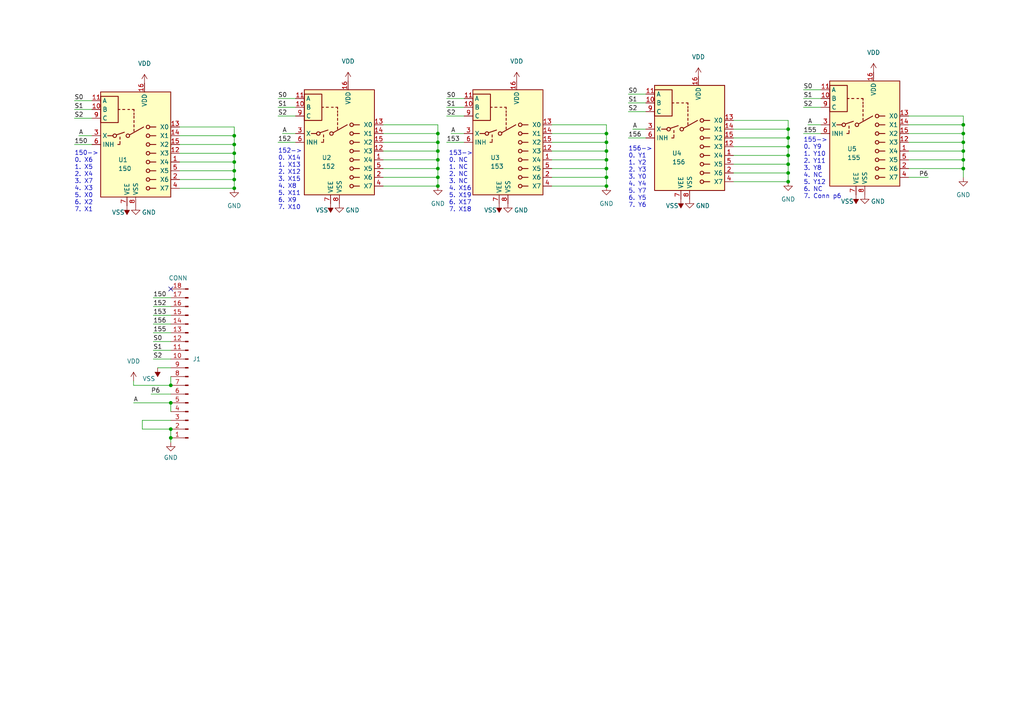
<source format=kicad_sch>
(kicad_sch (version 20211123) (generator eeschema)
  (paper "A4")
  (lib_symbols
    (symbol "Analog_Switch:CD4051B"
      (property "Reference" "U" (at -10.16 16.51 0))
      (property "Value" "CD4051B" (at 3.81 16.51 0))
      (symbol "CD4051B_0_1"
        (rectangle (start -10.16 6.35) (end -5.08 13.97) (stroke (width 0.254)))
        (rectangle (start -10.16 15.24) (end 10.16 -15.24) (stroke (width 0.254)) (fill (type background)))
        (circle (center -6.096 2.54) (radius 0.508) (stroke (width 0.254)))
        (circle (center -2.286 2.54) (radius 0.508) (stroke (width 0.254)))
        (polyline (pts (xy -8.128 2.54) (xy -6.604 2.54)) (stroke (width 0.254)))
        (polyline (pts (xy -5.588 2.794) (xy -3.302 3.556)) (stroke (width 0.254)))
        (polyline (pts (xy -4.572 0) (xy -5.207 0)) (stroke (width 0.254)))
        (polyline (pts (xy -4.572 0.254) (xy -4.572 0.889)) (stroke (width 0.254)))
        (polyline (pts (xy -4.572 1.524) (xy -4.572 2.159)) (stroke (width 0.254)))
        (polyline (pts (xy -4.572 10.16) (xy -5.08 10.16)) (stroke (width 0.254)))
        (polyline (pts (xy -3.81 10.16) (xy -3.175 10.16)) (stroke (width 0.254)))
        (polyline (pts (xy -1.778 2.794) (xy 2.286 5.08)) (stroke (width 0.254)))
        (polyline (pts (xy -1.778 10.16) (xy -2.286 10.16)) (stroke (width 0.254)))
        (polyline (pts (xy -0.508 3.81) (xy -0.508 4.445)) (stroke (width 0.254)))
        (polyline (pts (xy -0.508 5.08) (xy -0.508 5.715)) (stroke (width 0.254)))
        (polyline (pts (xy -0.508 6.35) (xy -0.508 6.985)) (stroke (width 0.254)))
        (polyline (pts (xy -0.508 7.62) (xy -0.508 8.255)) (stroke (width 0.254)))
        (polyline (pts (xy -0.508 8.636) (xy -0.508 9.144)) (stroke (width 0.254)))
        (polyline (pts (xy -0.508 9.652) (xy -0.508 10.16)) (stroke (width 0.254)))
        (polyline (pts (xy -0.508 10.16) (xy -1.016 10.16)) (stroke (width 0.254)))
        (polyline (pts (xy 4.064 -12.7) (xy 5.842 -12.7)) (stroke (width 0.254)))
        (polyline (pts (xy 4.064 -10.16) (xy 5.842 -10.16)) (stroke (width 0.254)))
        (polyline (pts (xy 4.064 -7.62) (xy 5.842 -7.62)) (stroke (width 0.254)))
        (polyline (pts (xy 4.064 -5.08) (xy 5.842 -5.08)) (stroke (width 0.254)))
        (polyline (pts (xy 4.064 -2.54) (xy 5.842 -2.54)) (stroke (width 0.254)))
        (polyline (pts (xy 4.064 0) (xy 5.842 0)) (stroke (width 0.254)))
        (polyline (pts (xy 4.064 2.54) (xy 5.842 2.54)) (stroke (width 0.254)))
        (polyline (pts (xy 4.064 5.08) (xy 5.842 5.08)) (stroke (width 0.254)))
        (circle (center 3.556 -12.7) (radius 0.508) (stroke (width 0.254)))
        (circle (center 3.556 -10.16) (radius 0.508) (stroke (width 0.254)))
        (circle (center 3.556 -7.62) (radius 0.508) (stroke (width 0.254)))
        (circle (center 3.556 -5.08) (radius 0.508) (stroke (width 0.254)))
        (circle (center 3.556 -2.54) (radius 0.508) (stroke (width 0.254)))
        (circle (center 3.556 0) (radius 0.508) (stroke (width 0.254)))
        (circle (center 3.556 2.54) (radius 0.508) (stroke (width 0.254)))
        (circle (center 3.556 5.08) (radius 0.508) (stroke (width 0.254)))
      )
      (symbol "CD4051B_1_1"
        (pin bidirectional line (at 12.7 -5.08 180) (length 2.54) (name "X4") (number "1"))
        (pin input line (at -12.7 10.16 0) (length 2.54) (name "B") (number "10"))
        (pin input line (at -12.7 12.7 0) (length 2.54) (name "A") (number "11"))
        (pin bidirectional line (at 12.7 -2.54 180) (length 2.54) (name "X3") (number "12"))
        (pin bidirectional line (at 12.7 5.08 180) (length 2.54) (name "X0") (number "13"))
        (pin bidirectional line (at 12.7 2.54 180) (length 2.54) (name "X1") (number "14"))
        (pin bidirectional line (at 12.7 0 180) (length 2.54) (name "X2") (number "15"))
        (pin power_in line (at 2.54 17.78 270) (length 2.54) (name "VDD") (number "16"))
        (pin bidirectional line (at 12.7 -10.16 180) (length 2.54) (name "X6") (number "2"))
        (pin bidirectional line (at -12.7 2.54 0) (length 2.54) (name "X") (number "3"))
        (pin bidirectional line (at 12.7 -12.7 180) (length 2.54) (name "X7") (number "4"))
        (pin bidirectional line (at 12.7 -7.62 180) (length 2.54) (name "X5") (number "5"))
        (pin input line (at -12.7 0 0) (length 2.54) (name "INH") (number "6"))
        (pin power_in line (at -2.54 -17.78 90) (length 2.54) (name "VEE") (number "7"))
        (pin power_in line (at 0 -17.78 90) (length 2.54) (name "VSS") (number "8"))
        (pin input line (at -12.7 7.62 0) (length 2.54) (name "C") (number "9"))
      )
    )
    (symbol "Connector:Conn_01x18_Male" (pin_names (offset 1.016) hide)
      (property "Reference" "J" (at 0 22.86 0))
      (property "Value" "Conn_01x18_Male" (at 0 -25.4 0))
      (symbol "Conn_01x18_Male_1_1"
        (polyline (pts (xy 1.27 -22.86) (xy 0.8636 -22.86)) (stroke (width 0.1524)))
        (polyline (pts (xy 1.27 -20.32) (xy 0.8636 -20.32)) (stroke (width 0.1524)))
        (polyline (pts (xy 1.27 -17.78) (xy 0.8636 -17.78)) (stroke (width 0.1524)))
        (polyline (pts (xy 1.27 -15.24) (xy 0.8636 -15.24)) (stroke (width 0.1524)))
        (polyline (pts (xy 1.27 -12.7) (xy 0.8636 -12.7)) (stroke (width 0.1524)))
        (polyline (pts (xy 1.27 -10.16) (xy 0.8636 -10.16)) (stroke (width 0.1524)))
        (polyline (pts (xy 1.27 -7.62) (xy 0.8636 -7.62)) (stroke (width 0.1524)))
        (polyline (pts (xy 1.27 -5.08) (xy 0.8636 -5.08)) (stroke (width 0.1524)))
        (polyline (pts (xy 1.27 -2.54) (xy 0.8636 -2.54)) (stroke (width 0.1524)))
        (polyline (pts (xy 1.27 0) (xy 0.8636 0)) (stroke (width 0.1524)))
        (polyline (pts (xy 1.27 2.54) (xy 0.8636 2.54)) (stroke (width 0.1524)))
        (polyline (pts (xy 1.27 5.08) (xy 0.8636 5.08)) (stroke (width 0.1524)))
        (polyline (pts (xy 1.27 7.62) (xy 0.8636 7.62)) (stroke (width 0.1524)))
        (polyline (pts (xy 1.27 10.16) (xy 0.8636 10.16)) (stroke (width 0.1524)))
        (polyline (pts (xy 1.27 12.7) (xy 0.8636 12.7)) (stroke (width 0.1524)))
        (polyline (pts (xy 1.27 15.24) (xy 0.8636 15.24)) (stroke (width 0.1524)))
        (polyline (pts (xy 1.27 17.78) (xy 0.8636 17.78)) (stroke (width 0.1524)))
        (polyline (pts (xy 1.27 20.32) (xy 0.8636 20.32)) (stroke (width 0.1524)))
        (rectangle (start 0.8636 -22.733) (end 0 -22.987) (stroke (width 0.1524)) (fill (type outline)))
        (rectangle (start 0.8636 -20.193) (end 0 -20.447) (stroke (width 0.1524)) (fill (type outline)))
        (rectangle (start 0.8636 -17.653) (end 0 -17.907) (stroke (width 0.1524)) (fill (type outline)))
        (rectangle (start 0.8636 -15.113) (end 0 -15.367) (stroke (width 0.1524)) (fill (type outline)))
        (rectangle (start 0.8636 -12.573) (end 0 -12.827) (stroke (width 0.1524)) (fill (type outline)))
        (rectangle (start 0.8636 -10.033) (end 0 -10.287) (stroke (width 0.1524)) (fill (type outline)))
        (rectangle (start 0.8636 -7.493) (end 0 -7.747) (stroke (width 0.1524)) (fill (type outline)))
        (rectangle (start 0.8636 -4.953) (end 0 -5.207) (stroke (width 0.1524)) (fill (type outline)))
        (rectangle (start 0.8636 -2.413) (end 0 -2.667) (stroke (width 0.1524)) (fill (type outline)))
        (rectangle (start 0.8636 0.127) (end 0 -0.127) (stroke (width 0.1524)) (fill (type outline)))
        (rectangle (start 0.8636 2.667) (end 0 2.413) (stroke (width 0.1524)) (fill (type outline)))
        (rectangle (start 0.8636 5.207) (end 0 4.953) (stroke (width 0.1524)) (fill (type outline)))
        (rectangle (start 0.8636 7.747) (end 0 7.493) (stroke (width 0.1524)) (fill (type outline)))
        (rectangle (start 0.8636 10.287) (end 0 10.033) (stroke (width 0.1524)) (fill (type outline)))
        (rectangle (start 0.8636 12.827) (end 0 12.573) (stroke (width 0.1524)) (fill (type outline)))
        (rectangle (start 0.8636 15.367) (end 0 15.113) (stroke (width 0.1524)) (fill (type outline)))
        (rectangle (start 0.8636 17.907) (end 0 17.653) (stroke (width 0.1524)) (fill (type outline)))
        (rectangle (start 0.8636 20.447) (end 0 20.193) (stroke (width 0.1524)) (fill (type outline)))
        (pin passive line (at 5.08 20.32 180) (length 3.81) (name "Pin_1") (number "1"))
        (pin passive line (at 5.08 -2.54 180) (length 3.81) (name "Pin_10") (number "10"))
        (pin passive line (at 5.08 -5.08 180) (length 3.81) (name "Pin_11") (number "11"))
        (pin passive line (at 5.08 -7.62 180) (length 3.81) (name "Pin_12") (number "12"))
        (pin passive line (at 5.08 -10.16 180) (length 3.81) (name "Pin_13") (number "13"))
        (pin passive line (at 5.08 -12.7 180) (length 3.81) (name "Pin_14") (number "14"))
        (pin passive line (at 5.08 -15.24 180) (length 3.81) (name "Pin_15") (number "15"))
        (pin passive line (at 5.08 -17.78 180) (length 3.81) (name "Pin_16") (number "16"))
        (pin passive line (at 5.08 -20.32 180) (length 3.81) (name "Pin_17") (number "17"))
        (pin passive line (at 5.08 -22.86 180) (length 3.81) (name "Pin_18") (number "18"))
        (pin passive line (at 5.08 17.78 180) (length 3.81) (name "Pin_2") (number "2"))
        (pin passive line (at 5.08 15.24 180) (length 3.81) (name "Pin_3") (number "3"))
        (pin passive line (at 5.08 12.7 180) (length 3.81) (name "Pin_4") (number "4"))
        (pin passive line (at 5.08 10.16 180) (length 3.81) (name "Pin_5") (number "5"))
        (pin passive line (at 5.08 7.62 180) (length 3.81) (name "Pin_6") (number "6"))
        (pin passive line (at 5.08 5.08 180) (length 3.81) (name "Pin_7") (number "7"))
        (pin passive line (at 5.08 2.54 180) (length 3.81) (name "Pin_8") (number "8"))
        (pin passive line (at 5.08 0 180) (length 3.81) (name "Pin_9") (number "9"))
      )
    )
    (symbol "power:GND" (power) (pin_names (offset 0))
      (property "Value" "GND" (at 0 -3.81 0))
      (symbol "GND_0_1"
        (polyline (pts (xy 0 0) (xy 0 -1.27) (xy 1.27 -1.27) (xy 0 -2.54) (xy -1.27 -1.27) (xy 0 -1.27)))
      )
      (symbol "GND_1_1"
        (pin power_in line (at 0 0 270) (length 0) hide (name "GND") (number "1"))
      )
    )
    (symbol "power:VDD" (power) (pin_names (offset 0))
      (property "Value" "VDD" (at 0 3.81 0))
      (symbol "VDD_0_1"
        (polyline (pts (xy -0.762 1.27) (xy 0 2.54)))
        (polyline (pts (xy 0 0) (xy 0 2.54)))
        (polyline (pts (xy 0 2.54) (xy 0.762 1.27)))
      )
      (symbol "VDD_1_1"
        (pin power_in line (at 0 0 90) (length 0) hide (name "VDD") (number "1"))
      )
    )
    (symbol "power:VSS" (power) (pin_names (offset 0))
      (property "Value" "VSS" (at 0 3.81 0))
      (symbol "VSS_0_1"
        (polyline (pts (xy 0 0) (xy 0 2.54)))
        (polyline (pts (xy 0.762 1.27) (xy -0.762 1.27) (xy 0 2.54) (xy 0.762 1.27)) (fill (type outline)))
      )
      (symbol "VSS_1_1"
        (pin power_in line (at 0 0 90) (length 0) hide (name "VSS") (number "1"))
      )
    )
  )
  (junction (at 49.53 124.46))
  (junction (at 228.6 50.165))
  (junction (at 67.945 44.45))
  (junction (at 67.945 49.53))
  (junction (at 279.4 36.195))
  (junction (at 175.895 51.435))
  (junction (at 175.895 41.275))
  (junction (at 49.53 127))
  (junction (at 127 38.735))
  (junction (at 175.895 38.735))
  (junction (at 228.6 45.085))
  (junction (at 279.4 43.815))
  (junction (at 175.895 46.355))
  (junction (at 127 41.275))
  (junction (at 228.6 52.705))
  (junction (at 279.4 38.735))
  (junction (at 228.6 37.465))
  (junction (at 127 46.355))
  (junction (at 67.945 54.61))
  (junction (at 228.6 40.005))
  (junction (at 228.6 42.545))
  (junction (at 127 51.435))
  (junction (at 67.945 52.07))
  (junction (at 175.895 48.895))
  (junction (at 49.53 111.76))
  (junction (at 67.945 46.99))
  (junction (at 175.895 43.815))
  (junction (at 279.4 48.895))
  (junction (at 228.6 47.625))
  (junction (at 175.895 53.975))
  (junction (at 67.945 41.91))
  (junction (at 49.53 116.84))
  (junction (at 127 53.975))
  (junction (at 127 48.895))
  (junction (at 279.4 46.355))
  (junction (at 279.4 41.275))
  (junction (at 67.945 39.37))
  (junction (at 127 43.815))
  (no_connect (at 49.53 83.82))
  (wire (pts (xy 175.895 46.355) (xy 175.895 48.895)))
  (wire (pts (xy 175.895 48.895) (xy 175.895 51.435)))
  (wire (pts (xy 21.59 34.29) (xy 26.67 34.29)))
  (wire (pts (xy 129.54 28.575) (xy 134.62 28.575)))
  (wire (pts (xy 129.54 41.275) (xy 134.62 41.275)))
  (wire (pts (xy 21.59 41.91) (xy 26.67 41.91)))
  (wire (pts (xy 228.6 37.465) (xy 228.6 40.005)))
  (wire (pts (xy 160.02 46.355) (xy 175.895 46.355)))
  (wire (pts (xy 49.53 116.84) (xy 49.53 119.38)))
  (wire (pts (xy 67.945 44.45) (xy 67.945 46.99)))
  (wire (pts (xy 160.02 38.735) (xy 175.895 38.735)))
  (wire (pts (xy 127 36.195) (xy 127 38.735)))
  (wire (pts (xy 212.725 37.465) (xy 228.6 37.465)))
  (wire (pts (xy 80.645 31.115) (xy 85.725 31.115)))
  (wire (pts (xy 279.4 41.275) (xy 279.4 43.815)))
  (wire (pts (xy 263.525 46.355) (xy 279.4 46.355)))
  (wire (pts (xy 129.54 33.655) (xy 134.62 33.655)))
  (wire (pts (xy 212.725 45.085) (xy 228.6 45.085)))
  (wire (pts (xy 233.045 26.035) (xy 238.125 26.035)))
  (wire (pts (xy 263.525 36.195) (xy 279.4 36.195)))
  (wire (pts (xy 127 51.435) (xy 127 53.975)))
  (wire (pts (xy 130.81 38.735) (xy 134.62 38.735)))
  (wire (pts (xy 52.07 52.07) (xy 67.945 52.07)))
  (wire (pts (xy 263.525 41.275) (xy 279.4 41.275)))
  (wire (pts (xy 80.645 33.655) (xy 85.725 33.655)))
  (wire (pts (xy 52.07 41.91) (xy 67.945 41.91)))
  (wire (pts (xy 228.6 42.545) (xy 228.6 45.085)))
  (wire (pts (xy 175.895 38.735) (xy 175.895 41.275)))
  (wire (pts (xy 44.45 99.06) (xy 49.53 99.06)))
  (wire (pts (xy 52.07 36.83) (xy 67.945 36.83)))
  (wire (pts (xy 49.53 114.3) (xy 43.815 114.3)))
  (wire (pts (xy 81.915 38.735) (xy 85.725 38.735)))
  (wire (pts (xy 111.125 46.355) (xy 127 46.355)))
  (wire (pts (xy 279.4 38.735) (xy 279.4 41.275)))
  (wire (pts (xy 212.725 47.625) (xy 228.6 47.625)))
  (wire (pts (xy 44.45 88.9) (xy 49.53 88.9)))
  (wire (pts (xy 67.945 49.53) (xy 67.945 52.07)))
  (wire (pts (xy 160.02 43.815) (xy 175.895 43.815)))
  (wire (pts (xy 228.6 45.085) (xy 228.6 47.625)))
  (wire (pts (xy 38.735 110.49) (xy 38.735 111.76)))
  (wire (pts (xy 80.645 41.275) (xy 85.725 41.275)))
  (wire (pts (xy 160.02 51.435) (xy 175.895 51.435)))
  (wire (pts (xy 21.59 31.75) (xy 26.67 31.75)))
  (wire (pts (xy 212.725 40.005) (xy 228.6 40.005)))
  (wire (pts (xy 52.07 44.45) (xy 67.945 44.45)))
  (wire (pts (xy 67.945 54.61) (xy 52.07 54.61)))
  (wire (pts (xy 263.525 48.895) (xy 279.4 48.895)))
  (wire (pts (xy 175.895 53.975) (xy 160.02 53.975)))
  (wire (pts (xy 127 43.815) (xy 127 46.355)))
  (wire (pts (xy 44.45 93.98) (xy 49.53 93.98)))
  (wire (pts (xy 228.6 50.165) (xy 228.6 52.705)))
  (wire (pts (xy 228.6 40.005) (xy 228.6 42.545)))
  (wire (pts (xy 228.6 52.705) (xy 212.725 52.705)))
  (wire (pts (xy 67.945 52.07) (xy 67.945 54.61)))
  (wire (pts (xy 67.945 41.91) (xy 67.945 44.45)))
  (wire (pts (xy 263.525 33.655) (xy 279.4 33.655)))
  (wire (pts (xy 263.525 51.435) (xy 269.24 51.435)))
  (wire (pts (xy 228.6 47.625) (xy 228.6 50.165)))
  (wire (pts (xy 279.4 33.655) (xy 279.4 36.195)))
  (wire (pts (xy 111.125 36.195) (xy 127 36.195)))
  (wire (pts (xy 52.07 39.37) (xy 67.945 39.37)))
  (wire (pts (xy 228.6 34.925) (xy 228.6 37.465)))
  (wire (pts (xy 21.59 29.21) (xy 26.67 29.21)))
  (wire (pts (xy 212.725 34.925) (xy 228.6 34.925)))
  (wire (pts (xy 38.735 116.84) (xy 49.53 116.84)))
  (wire (pts (xy 67.945 39.37) (xy 67.945 41.91)))
  (wire (pts (xy 279.4 43.815) (xy 279.4 46.355)))
  (wire (pts (xy 234.315 36.195) (xy 238.125 36.195)))
  (wire (pts (xy 49.53 111.76) (xy 38.735 111.76)))
  (wire (pts (xy 41.275 121.92) (xy 41.275 124.46)))
  (wire (pts (xy 160.02 41.275) (xy 175.895 41.275)))
  (wire (pts (xy 49.53 121.92) (xy 41.275 121.92)))
  (wire (pts (xy 49.53 109.22) (xy 49.53 111.76)))
  (wire (pts (xy 127 48.895) (xy 127 51.435)))
  (wire (pts (xy 233.045 38.735) (xy 238.125 38.735)))
  (wire (pts (xy 127 38.735) (xy 127 41.275)))
  (wire (pts (xy 129.54 31.115) (xy 134.62 31.115)))
  (wire (pts (xy 279.4 36.195) (xy 279.4 38.735)))
  (wire (pts (xy 49.53 124.46) (xy 49.53 127)))
  (wire (pts (xy 263.525 43.815) (xy 279.4 43.815)))
  (wire (pts (xy 41.275 124.46) (xy 49.53 124.46)))
  (wire (pts (xy 212.725 42.545) (xy 228.6 42.545)))
  (wire (pts (xy 111.125 51.435) (xy 127 51.435)))
  (wire (pts (xy 182.245 40.005) (xy 187.325 40.005)))
  (wire (pts (xy 233.045 31.115) (xy 238.125 31.115)))
  (wire (pts (xy 175.895 36.195) (xy 175.895 38.735)))
  (wire (pts (xy 52.07 46.99) (xy 67.945 46.99)))
  (wire (pts (xy 44.45 104.14) (xy 49.53 104.14)))
  (wire (pts (xy 111.125 41.275) (xy 127 41.275)))
  (wire (pts (xy 44.45 96.52) (xy 49.53 96.52)))
  (wire (pts (xy 182.245 27.305) (xy 187.325 27.305)))
  (wire (pts (xy 44.45 86.36) (xy 49.53 86.36)))
  (wire (pts (xy 127 46.355) (xy 127 48.895)))
  (wire (pts (xy 160.02 48.895) (xy 175.895 48.895)))
  (wire (pts (xy 111.125 38.735) (xy 127 38.735)))
  (wire (pts (xy 263.525 38.735) (xy 279.4 38.735)))
  (wire (pts (xy 127 41.275) (xy 127 43.815)))
  (wire (pts (xy 182.245 32.385) (xy 187.325 32.385)))
  (wire (pts (xy 67.945 46.99) (xy 67.945 49.53)))
  (wire (pts (xy 49.53 127) (xy 49.53 128.27)))
  (wire (pts (xy 80.645 28.575) (xy 85.725 28.575)))
  (wire (pts (xy 160.02 36.195) (xy 175.895 36.195)))
  (wire (pts (xy 175.895 51.435) (xy 175.895 53.975)))
  (wire (pts (xy 279.4 48.895) (xy 279.4 51.435)))
  (wire (pts (xy 52.07 49.53) (xy 67.945 49.53)))
  (wire (pts (xy 111.125 48.895) (xy 127 48.895)))
  (wire (pts (xy 22.86 39.37) (xy 26.67 39.37)))
  (wire (pts (xy 111.125 43.815) (xy 127 43.815)))
  (wire (pts (xy 182.245 29.845) (xy 187.325 29.845)))
  (wire (pts (xy 175.895 43.815) (xy 175.895 46.355)))
  (wire (pts (xy 67.945 36.83) (xy 67.945 39.37)))
  (wire (pts (xy 45.72 106.68) (xy 49.53 106.68)))
  (wire (pts (xy 44.45 101.6) (xy 49.53 101.6)))
  (wire (pts (xy 279.4 46.355) (xy 279.4 48.895)))
  (wire (pts (xy 233.045 28.575) (xy 238.125 28.575)))
  (wire (pts (xy 127 53.975) (xy 111.125 53.975)))
  (wire (pts (xy 212.725 50.165) (xy 228.6 50.165)))
  (wire (pts (xy 44.45 91.44) (xy 49.53 91.44)))
  (wire (pts (xy 175.895 41.275) (xy 175.895 43.815)))
  (wire (pts (xy 183.515 37.465) (xy 187.325 37.465)))
  (text "156->\n0. Y1\n1. Y2\n2. Y3\n3. Y0\n4. Y4\n5. Y7\n6. Y5\n7. Y6\n" (at 182.245 60.325 0) (effects (font (size 1.27 1.27)) (justify left bottom)))
  (text "155->\n0. Y9\n1. Y10\n2. Y11\n3. Y8\n4. NC\n5. Y12\n6. NC\n7. Conn p6" (at 233.045 57.785 0) (effects (font (size 1.27 1.27)) (justify left bottom)))
  (text "152->\n0. X14\n1. X13\n2. X12\n3. X15\n4. X8\n5. X11\n6. X9\n7. X10" (at 80.645 60.96 0) (effects (font (size 1.27 1.27)) (justify left bottom)))
  (text "153->\n0. NC\n1. NC\n2. NC\n3. NC\n4. X16\n5. X19\n6. X17\n7. X18" (at 130.175 61.595 0) (effects (font (size 1.27 1.27)) (justify left bottom)))
  (text "150->\n0. X6\n1. X5\n2. X4\n3. X7\n4. X3\n5. X0\n6. X2\n7. X1\n" (at 21.59 61.595 0) (effects (font (size 1.27 1.27)) (justify left bottom)))
  (label "155" (at 44.45 96.52 0))
  (label "155" (at 233.045 38.735 0))
  (label "152" (at 44.45 88.9 0))
  (label "A" (at 81.915 38.735 0))
  (label "A" (at 183.515 37.465 0))
  (label "150" (at 44.45 86.36 0))
  (label "S1" (at 80.645 31.115 0))
  (label "S0" (at 233.045 26.035 0))
  (label "S0" (at 21.59 29.21 0))
  (label "S2" (at 44.45 104.14 0))
  (label "A" (at 38.735 116.84 0))
  (label "S1" (at 129.54 31.115 0))
  (label "S1" (at 233.045 28.575 0))
  (label "S1" (at 21.59 31.75 0))
  (label "P6" (at 269.24 51.435 180))
  (label "S0" (at 80.645 28.575 0))
  (label "S2" (at 233.045 31.115 0))
  (label "150" (at 21.59 41.91 0))
  (label "S2" (at 21.59 34.29 0))
  (label "A" (at 130.81 38.735 0))
  (label "A" (at 22.86 39.37 0))
  (label "153" (at 44.45 91.44 0))
  (label "S0" (at 129.54 28.575 0))
  (label "153" (at 129.54 41.275 0))
  (label "S0" (at 182.245 27.305 0))
  (label "S0" (at 44.45 99.06 0))
  (label "S2" (at 80.645 33.655 0))
  (label "A" (at 234.315 36.195 0))
  (label "S2" (at 182.245 32.385 0))
  (label "S2" (at 129.54 33.655 0))
  (label "S1" (at 44.45 101.6 0))
  (label "P6" (at 43.815 114.3 0))
  (label "S1" (at 182.245 29.845 0))
  (label "152" (at 80.645 41.275 0))
  (label "156" (at 44.45 93.98 0))
  (label "156" (at 182.245 40.005 0))
  (symbol (lib_id "power:VDD") (at 41.91 24.13 0) (unit 1)
    (property "Reference" "#PWR04" (effects hide))
    (property "Value" "VDD" (at 41.91 18.415 0))
  )
  (symbol (lib_id "power:GND") (at 39.37 59.69 0) (unit 1)
    (property "Reference" "#PWR03" (effects hide))
    (property "Value" "GND" (at 43.18 61.595 0))
  )
  (symbol (lib_id "power:GND") (at 228.6 52.705 0) (unit 1)
    (property "Reference" "#PWR019" (effects hide))
    (property "Value" "GND" (at 228.6 57.785 0))
  )
  (symbol (lib_id "power:GND") (at 49.53 128.27 0) (unit 1)
    (property "Reference" "#PWR06" (effects hide))
    (property "Value" "GND" (at 49.53 132.715 0))
  )
  (symbol (lib_id "power:GND") (at 98.425 59.055 0) (unit 1)
    (property "Reference" "#PWR09" (effects hide))
    (property "Value" "GND" (at 102.235 60.96 0))
  )
  (symbol (lib_id "power:VDD") (at 100.965 23.495 0) (unit 1)
    (property "Reference" "#PWR010" (effects hide))
    (property "Value" "VDD" (at 100.965 17.78 0))
  )
  (symbol (lib_id "Analog_Switch:CD4051B") (at 39.37 41.91 0) (unit 1)
    (property "Reference" "U1" (at 34.29 46.355 0) (effects (justify left)))
    (property "Value" "150" (at 34.29 48.895 0) (effects (justify left)))
    (property "Footprint" "Package_SO:SOIC-16_3.9x9.9mm_P1.27mm" (effects hide))
    (property "Datasheet" "http://www.ti.com/lit/ds/symlink/cd4052b.pdf" (effects hide))
  )
  (symbol (lib_id "Connector:Conn_01x18_Male") (at 54.61 106.68 180) (unit 1)
    (property "Reference" "J1" (at 55.88 104.1399 0) (effects (justify right)))
    (property "Value" "CONN" (at 48.895 80.645 0) (effects (justify right)))
    (property "Footprint" "Connector_PinHeader_2.54mm:PinHeader_1x18_P2.54mm_Vertical" (effects hide))
  )
  (symbol (lib_id "power:VSS") (at 36.83 59.69 180) (unit 1)
    (property "Reference" "#PWR01" (effects hide))
    (property "Value" "VSS" (at 34.29 61.595 0))
  )
  (symbol (lib_id "Analog_Switch:CD4051B") (at 250.825 38.735 0) (unit 1)
    (property "Reference" "U5" (at 245.745 43.18 0) (effects (justify left)))
    (property "Value" "155" (at 245.745 45.72 0) (effects (justify left)))
    (property "Footprint" "Package_SO:SOIC-16_3.9x9.9mm_P1.27mm" (effects hide))
    (property "Datasheet" "http://www.ti.com/lit/ds/symlink/cd4052b.pdf" (effects hide))
  )
  (symbol (lib_id "power:GND") (at 200.025 57.785 0) (unit 1)
    (property "Reference" "#PWR017" (effects hide))
    (property "Value" "GND" (at 203.835 59.69 0))
  )
  (symbol (lib_id "power:VSS") (at 144.78 59.055 180) (unit 1)
    (property "Reference" "#PWR012" (effects hide))
    (property "Value" "VSS" (at 142.24 60.96 0))
  )
  (symbol (lib_id "power:GND") (at 147.32 59.055 0) (unit 1)
    (property "Reference" "#PWR013" (effects hide))
    (property "Value" "GND" (at 151.13 60.96 0))
  )
  (symbol (lib_id "power:VSS") (at 197.485 57.785 180) (unit 1)
    (property "Reference" "#PWR016" (effects hide))
    (property "Value" "VSS" (at 194.945 59.69 0))
  )
  (symbol (lib_id "Analog_Switch:CD4051B") (at 98.425 41.275 0) (unit 1)
    (property "Reference" "U2" (at 93.345 45.72 0) (effects (justify left)))
    (property "Value" "152" (at 93.345 48.26 0) (effects (justify left)))
    (property "Footprint" "Package_SO:SOIC-16_3.9x9.9mm_P1.27mm" (effects hide))
    (property "Datasheet" "http://www.ti.com/lit/ds/symlink/cd4052b.pdf" (effects hide))
  )
  (symbol (lib_id "Analog_Switch:CD4051B") (at 147.32 41.275 0) (unit 1)
    (property "Reference" "U3" (at 142.24 45.72 0) (effects (justify left)))
    (property "Value" "153" (at 142.24 48.26 0) (effects (justify left)))
    (property "Footprint" "Package_SO:SOIC-16_3.9x9.9mm_P1.27mm" (effects hide))
    (property "Datasheet" "http://www.ti.com/lit/ds/symlink/cd4052b.pdf" (effects hide))
  )
  (symbol (lib_id "power:VSS") (at 248.285 56.515 180) (unit 1)
    (property "Reference" "#PWR020" (effects hide))
    (property "Value" "VSS" (at 245.745 58.42 0))
  )
  (symbol (lib_id "power:GND") (at 127 53.975 0) (unit 1)
    (property "Reference" "#PWR011" (effects hide))
    (property "Value" "GND" (at 127 59.055 0))
  )
  (symbol (lib_id "power:VSS") (at 95.885 59.055 180) (unit 1)
    (property "Reference" "#PWR08" (effects hide))
    (property "Value" "VSS" (at 93.345 60.96 0))
  )
  (symbol (lib_id "power:GND") (at 175.895 53.975 0) (unit 1)
    (property "Reference" "#PWR015" (effects hide))
    (property "Value" "GND" (at 175.895 59.055 0))
  )
  (symbol (lib_id "power:VDD") (at 253.365 20.955 0) (unit 1)
    (property "Reference" "#PWR022" (effects hide))
    (property "Value" "VDD" (at 253.365 15.24 0))
  )
  (symbol (lib_id "power:VDD") (at 38.735 110.49 0) (unit 1)
    (property "Reference" "#PWR?" (effects hide))
    (property "Value" "VDD" (at 38.735 104.775 0))
  )
  (symbol (lib_id "power:GND") (at 279.4 51.435 0) (unit 1)
    (property "Reference" "#PWR023" (effects hide))
    (property "Value" "GND" (at 279.4 56.515 0))
  )
  (symbol (lib_id "power:GND") (at 250.825 56.515 0) (unit 1)
    (property "Reference" "#PWR021" (effects hide))
    (property "Value" "GND" (at 254.635 58.42 0))
  )
  (symbol (lib_id "power:VDD") (at 202.565 22.225 0) (unit 1)
    (property "Reference" "#PWR018" (effects hide))
    (property "Value" "VDD" (at 202.565 16.51 0))
  )
  (symbol (lib_id "power:GND") (at 67.945 54.61 0) (unit 1)
    (property "Reference" "#PWR07" (effects hide))
    (property "Value" "GND" (at 67.945 59.69 0))
  )
  (symbol (lib_id "power:VDD") (at 149.86 23.495 0) (unit 1)
    (property "Reference" "#PWR014" (effects hide))
    (property "Value" "VDD" (at 149.86 17.78 0))
  )
  (symbol (lib_id "power:VSS") (at 45.72 106.68 180) (unit 1)
    (property "Reference" "#PWR05" (effects hide))
    (property "Value" "VSS" (at 43.18 109.855 0))
  )
  (symbol (lib_id "Analog_Switch:CD4051B") (at 200.025 40.005 0) (unit 1)
    (property "Reference" "U4" (at 194.945 44.45 0) (effects (justify left)))
    (property "Value" "156" (at 194.945 46.99 0) (effects (justify left)))
    (property "Footprint" "Package_SO:SOIC-16_3.9x9.9mm_P1.27mm" (effects hide))
    (property "Datasheet" "http://www.ti.com/lit/ds/symlink/cd4052b.pdf" (effects hide))
  )
)
</source>
